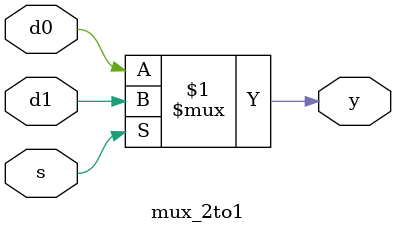
<source format=v>
/* Single-bit 2 to 1 Multiplexer */
module mux_2to1(
  input s,
  input d0,
  input d1,
  output y
);

assign y = s ? d1 : d0;

endmodule

</source>
